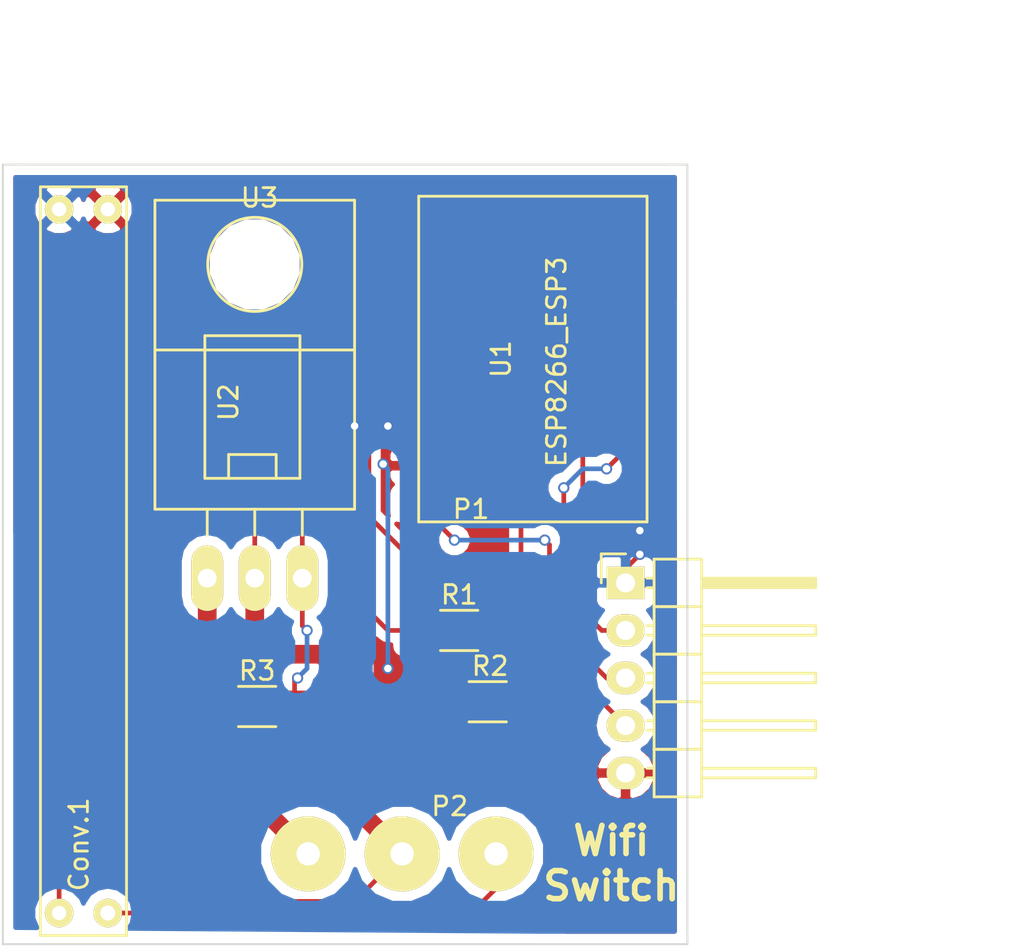
<source format=kicad_pcb>
(kicad_pcb (version 4) (host pcbnew "(after 2015-mar-04 BZR unknown)-product")

  (general
    (links 22)
    (no_connects 0)
    (area 96.00957 68.778 162.178 121.021001)
    (thickness 1.6)
    (drawings 12)
    (tracks 102)
    (zones 0)
    (modules 9)
    (nets 18)
  )

  (page A4)
  (layers
    (0 F.Cu signal)
    (31 B.Cu signal hide)
    (32 B.Adhes user)
    (33 F.Adhes user)
    (34 B.Paste user)
    (35 F.Paste user)
    (36 B.SilkS user)
    (37 F.SilkS user)
    (38 B.Mask user)
    (39 F.Mask user)
    (40 Dwgs.User user)
    (41 Cmts.User user)
    (42 Eco1.User user)
    (43 Eco2.User user)
    (44 Edge.Cuts user)
    (45 Margin user)
    (46 B.CrtYd user)
    (47 F.CrtYd user)
    (48 B.Fab user)
    (49 F.Fab user)
  )

  (setup
    (last_trace_width 0.25)
    (user_trace_width 0.25)
    (user_trace_width 1)
    (trace_clearance 0.2)
    (zone_clearance 0.508)
    (zone_45_only no)
    (trace_min 0.2)
    (segment_width 0.2)
    (edge_width 0.1)
    (via_size 0.6)
    (via_drill 0.4)
    (via_min_size 0.4)
    (via_min_drill 0.3)
    (uvia_size 0.3)
    (uvia_drill 0.1)
    (uvias_allowed no)
    (uvia_min_size 0.2)
    (uvia_min_drill 0.1)
    (pcb_text_width 0.3)
    (pcb_text_size 1.5 1.5)
    (mod_edge_width 0.15)
    (mod_text_size 1 1)
    (mod_text_width 0.15)
    (pad_size 2 1)
    (pad_drill 0)
    (pad_to_mask_clearance 0)
    (aux_axis_origin 0 0)
    (visible_elements 7FFFFFFF)
    (pcbplotparams
      (layerselection 0x010f0_80000001)
      (usegerberextensions true)
      (excludeedgelayer true)
      (linewidth 0.100000)
      (plotframeref false)
      (viasonmask false)
      (mode 1)
      (useauxorigin false)
      (hpglpennumber 1)
      (hpglpenspeed 20)
      (hpglpendiameter 15)
      (hpglpenoverlay 2)
      (psnegative false)
      (psa4output false)
      (plotreference true)
      (plotvalue true)
      (plotinvisibletext false)
      (padsonsilk false)
      (subtractmaskfromsilk false)
      (outputformat 1)
      (mirror false)
      (drillshape 0)
      (scaleselection 1)
      (outputdirectory Gerber/))
  )

  (net 0 "")
  (net 1 GND)
  (net 2 "Net-(P1-Pad2)")
  (net 3 "Net-(P1-Pad3)")
  (net 4 "Net-(P1-Pad4)")
  (net 5 "Net-(C1-Pad4)")
  (net 6 "Net-(C1-Pad3)")
  (net 7 "Net-(R1-Pad1)")
  (net 8 "Net-(R1-Pad2)")
  (net 9 "Net-(R2-Pad1)")
  (net 10 "Net-(R3-Pad1)")
  (net 11 "Net-(U1-Pad10)")
  (net 12 "Net-(U1-Pad9)")
  (net 13 "Net-(U1-Pad2)")
  (net 14 "Net-(U1-Pad5)")
  (net 15 "Net-(U1-Pad7)")
  (net 16 "Net-(P2-Pad1)")
  (net 17 +3V3)

  (net_class Default "This is the default net class."
    (clearance 0.2)
    (trace_width 0.25)
    (via_dia 0.6)
    (via_drill 0.4)
    (uvia_dia 0.3)
    (uvia_drill 0.1)
    (add_net +3V3)
    (add_net GND)
    (add_net "Net-(C1-Pad3)")
    (add_net "Net-(C1-Pad4)")
    (add_net "Net-(P1-Pad2)")
    (add_net "Net-(P1-Pad3)")
    (add_net "Net-(P1-Pad4)")
    (add_net "Net-(P2-Pad1)")
    (add_net "Net-(R1-Pad1)")
    (add_net "Net-(R1-Pad2)")
    (add_net "Net-(R2-Pad1)")
    (add_net "Net-(R3-Pad1)")
    (add_net "Net-(U1-Pad10)")
    (add_net "Net-(U1-Pad2)")
    (add_net "Net-(U1-Pad5)")
    (add_net "Net-(U1-Pad7)")
    (add_net "Net-(U1-Pad9)")
  )

  (net_class Power ""
    (clearance 2.54)
    (trace_width 0.75)
    (via_dia 0.6)
    (via_drill 0.4)
    (uvia_dia 0.3)
    (uvia_drill 0.1)
  )

  (module WifiSwitch:DIP-6_SMD (layer F.Cu) (tedit 55A65CF6) (tstamp 5537ECDF)
    (at 116.967 88.9 90)
    (descr "DIP-8_300 smd shape")
    (tags "smd cms 8dip")
    (path /5537C87E)
    (attr smd)
    (fp_text reference U2 (at -1.016 -1.27 90) (layer F.SilkS)
      (effects (font (size 1 1) (thickness 0.15)))
    )
    (fp_text value MOC3031S (at -0.762 0.762 90) (layer F.Fab)
      (effects (font (size 1 1) (thickness 0.15)))
    )
    (fp_line (start -5.08 -2.54) (end 2.54 -2.54) (layer F.SilkS) (width 0.15))
    (fp_line (start 2.54 -2.54) (end 2.54 2.54) (layer F.SilkS) (width 0.15))
    (fp_line (start 2.54 2.54) (end -5.08 2.54) (layer F.SilkS) (width 0.15))
    (fp_line (start -5.08 -2.54) (end -5.08 2.54) (layer F.SilkS) (width 0.15))
    (fp_line (start -5.08 -1.27) (end -3.81 -1.27) (layer F.SilkS) (width 0.15))
    (fp_line (start -3.81 -1.27) (end -3.81 1.27) (layer F.SilkS) (width 0.15))
    (fp_line (start -3.81 1.27) (end -5.08 1.27) (layer F.SilkS) (width 0.15))
    (pad 1 smd rect (at -3.81 3.81 90) (size 1.524 2.032) (layers F.Cu F.Paste F.Mask)
      (net 7 "Net-(R1-Pad1)"))
    (pad 2 smd rect (at -1.27 3.81 90) (size 1.524 2.032) (layers F.Cu F.Paste F.Mask)
      (net 1 GND))
    (pad 3 smd rect (at 1.27 3.81 90) (size 1.524 2.032) (layers F.Cu F.Paste F.Mask))
    (pad 4 smd rect (at 1.27 -3.81 90) (size 1.524 2.032) (layers F.Cu F.Paste F.Mask)
      (net 10 "Net-(R3-Pad1)"))
    (pad 5 smd rect (at -1.27 -3.81 90) (size 1.524 2.032) (layers F.Cu F.Paste F.Mask))
    (pad 6 smd rect (at -3.81 -3.81 90) (size 1.524 2.032) (layers F.Cu F.Paste F.Mask)
      (net 5 "Net-(C1-Pad4)"))
    (model SMD_Packages.3dshapes/DIP-8_SMD.wrl
      (at (xyz 0 0 0))
      (scale (xyz 1 0.5 0.8))
      (rotate (xyz 0 0 0))
    )
  )

  (module Pin_Headers:Pin_Header_Angled_1x05 (layer F.Cu) (tedit 5538D1C2) (tstamp 5537ECAA)
    (at 136.906 99.568)
    (descr "Through hole pin header")
    (tags "pin header")
    (path /5537CFE5)
    (fp_text reference P1 (at -8.255 -3.937) (layer F.SilkS)
      (effects (font (size 1 1) (thickness 0.15)))
    )
    (fp_text value CONN_01X05 (at -2.413 5.461 90) (layer F.Fab)
      (effects (font (size 1 1) (thickness 0.15)))
    )
    (fp_line (start -1.5 -1.75) (end -1.5 11.95) (layer F.CrtYd) (width 0.05))
    (fp_line (start 10.65 -1.75) (end 10.65 11.95) (layer F.CrtYd) (width 0.05))
    (fp_line (start -1.5 -1.75) (end 10.65 -1.75) (layer F.CrtYd) (width 0.05))
    (fp_line (start -1.5 11.95) (end 10.65 11.95) (layer F.CrtYd) (width 0.05))
    (fp_line (start -1.3 -1.55) (end -1.3 0) (layer F.SilkS) (width 0.15))
    (fp_line (start 0 -1.55) (end -1.3 -1.55) (layer F.SilkS) (width 0.15))
    (fp_line (start 4.191 -0.127) (end 10.033 -0.127) (layer F.SilkS) (width 0.15))
    (fp_line (start 10.033 -0.127) (end 10.033 0.127) (layer F.SilkS) (width 0.15))
    (fp_line (start 10.033 0.127) (end 4.191 0.127) (layer F.SilkS) (width 0.15))
    (fp_line (start 4.191 0.127) (end 4.191 0) (layer F.SilkS) (width 0.15))
    (fp_line (start 4.191 0) (end 10.033 0) (layer F.SilkS) (width 0.15))
    (fp_line (start 1.524 -0.254) (end 1.143 -0.254) (layer F.SilkS) (width 0.15))
    (fp_line (start 1.524 0.254) (end 1.143 0.254) (layer F.SilkS) (width 0.15))
    (fp_line (start 1.524 2.286) (end 1.143 2.286) (layer F.SilkS) (width 0.15))
    (fp_line (start 1.524 2.794) (end 1.143 2.794) (layer F.SilkS) (width 0.15))
    (fp_line (start 1.524 4.826) (end 1.143 4.826) (layer F.SilkS) (width 0.15))
    (fp_line (start 1.524 5.334) (end 1.143 5.334) (layer F.SilkS) (width 0.15))
    (fp_line (start 1.524 7.366) (end 1.143 7.366) (layer F.SilkS) (width 0.15))
    (fp_line (start 1.524 7.874) (end 1.143 7.874) (layer F.SilkS) (width 0.15))
    (fp_line (start 1.524 10.414) (end 1.143 10.414) (layer F.SilkS) (width 0.15))
    (fp_line (start 1.524 9.906) (end 1.143 9.906) (layer F.SilkS) (width 0.15))
    (fp_line (start 4.064 1.27) (end 4.064 -1.27) (layer F.SilkS) (width 0.15))
    (fp_line (start 10.16 0.254) (end 4.064 0.254) (layer F.SilkS) (width 0.15))
    (fp_line (start 10.16 -0.254) (end 10.16 0.254) (layer F.SilkS) (width 0.15))
    (fp_line (start 4.064 -0.254) (end 10.16 -0.254) (layer F.SilkS) (width 0.15))
    (fp_line (start 1.524 1.27) (end 4.064 1.27) (layer F.SilkS) (width 0.15))
    (fp_line (start 1.524 -1.27) (end 1.524 1.27) (layer F.SilkS) (width 0.15))
    (fp_line (start 1.524 -1.27) (end 4.064 -1.27) (layer F.SilkS) (width 0.15))
    (fp_line (start 1.524 3.81) (end 4.064 3.81) (layer F.SilkS) (width 0.15))
    (fp_line (start 1.524 3.81) (end 1.524 6.35) (layer F.SilkS) (width 0.15))
    (fp_line (start 1.524 6.35) (end 4.064 6.35) (layer F.SilkS) (width 0.15))
    (fp_line (start 4.064 4.826) (end 10.16 4.826) (layer F.SilkS) (width 0.15))
    (fp_line (start 10.16 4.826) (end 10.16 5.334) (layer F.SilkS) (width 0.15))
    (fp_line (start 10.16 5.334) (end 4.064 5.334) (layer F.SilkS) (width 0.15))
    (fp_line (start 4.064 6.35) (end 4.064 3.81) (layer F.SilkS) (width 0.15))
    (fp_line (start 4.064 3.81) (end 4.064 1.27) (layer F.SilkS) (width 0.15))
    (fp_line (start 10.16 2.794) (end 4.064 2.794) (layer F.SilkS) (width 0.15))
    (fp_line (start 10.16 2.286) (end 10.16 2.794) (layer F.SilkS) (width 0.15))
    (fp_line (start 4.064 2.286) (end 10.16 2.286) (layer F.SilkS) (width 0.15))
    (fp_line (start 1.524 3.81) (end 4.064 3.81) (layer F.SilkS) (width 0.15))
    (fp_line (start 1.524 1.27) (end 1.524 3.81) (layer F.SilkS) (width 0.15))
    (fp_line (start 1.524 1.27) (end 4.064 1.27) (layer F.SilkS) (width 0.15))
    (fp_line (start 1.524 8.89) (end 4.064 8.89) (layer F.SilkS) (width 0.15))
    (fp_line (start 1.524 8.89) (end 1.524 11.43) (layer F.SilkS) (width 0.15))
    (fp_line (start 1.524 11.43) (end 4.064 11.43) (layer F.SilkS) (width 0.15))
    (fp_line (start 4.064 9.906) (end 10.16 9.906) (layer F.SilkS) (width 0.15))
    (fp_line (start 10.16 9.906) (end 10.16 10.414) (layer F.SilkS) (width 0.15))
    (fp_line (start 10.16 10.414) (end 4.064 10.414) (layer F.SilkS) (width 0.15))
    (fp_line (start 4.064 11.43) (end 4.064 8.89) (layer F.SilkS) (width 0.15))
    (fp_line (start 4.064 8.89) (end 4.064 6.35) (layer F.SilkS) (width 0.15))
    (fp_line (start 10.16 7.874) (end 4.064 7.874) (layer F.SilkS) (width 0.15))
    (fp_line (start 10.16 7.366) (end 10.16 7.874) (layer F.SilkS) (width 0.15))
    (fp_line (start 4.064 7.366) (end 10.16 7.366) (layer F.SilkS) (width 0.15))
    (fp_line (start 1.524 8.89) (end 4.064 8.89) (layer F.SilkS) (width 0.15))
    (fp_line (start 1.524 6.35) (end 1.524 8.89) (layer F.SilkS) (width 0.15))
    (fp_line (start 1.524 6.35) (end 4.064 6.35) (layer F.SilkS) (width 0.15))
    (pad 1 thru_hole rect (at 0 0) (size 2.032 1.7272) (drill 1.016) (layers *.Cu *.Mask F.SilkS)
      (net 1 GND))
    (pad 2 thru_hole oval (at 0 2.54) (size 2.032 1.7272) (drill 1.016) (layers *.Cu *.Mask F.SilkS)
      (net 2 "Net-(P1-Pad2)"))
    (pad 3 thru_hole oval (at 0 5.08) (size 2.032 1.7272) (drill 1.016) (layers *.Cu *.Mask F.SilkS)
      (net 3 "Net-(P1-Pad3)"))
    (pad 4 thru_hole oval (at 0 7.62) (size 2.032 1.7272) (drill 1.016) (layers *.Cu *.Mask F.SilkS)
      (net 4 "Net-(P1-Pad4)"))
    (pad 5 thru_hole oval (at 0 10.16) (size 2.032 1.7272) (drill 1.016) (layers *.Cu *.Mask F.SilkS)
      (net 17 +3V3))
    (model Pin_Headers.3dshapes/Pin_Header_Angled_1x05.wrl
      (at (xyz 0 -0.2 0))
      (scale (xyz 1 1 1))
      (rotate (xyz 0 0 90))
    )
  )

  (module Resistors_SMD:R_1206_HandSoldering (layer F.Cu) (tedit 5538D1E6) (tstamp 5537ECB7)
    (at 128.016 102.108)
    (descr "Resistor SMD 1206, hand soldering")
    (tags "resistor 1206")
    (path /55380183)
    (attr smd)
    (fp_text reference R1 (at 0 -1.905) (layer F.SilkS)
      (effects (font (size 1 1) (thickness 0.15)))
    )
    (fp_text value 220R (at -5.334 0) (layer F.Fab)
      (effects (font (size 1 1) (thickness 0.15)))
    )
    (fp_line (start -3.3 -1.2) (end 3.3 -1.2) (layer F.CrtYd) (width 0.05))
    (fp_line (start -3.3 1.2) (end 3.3 1.2) (layer F.CrtYd) (width 0.05))
    (fp_line (start -3.3 -1.2) (end -3.3 1.2) (layer F.CrtYd) (width 0.05))
    (fp_line (start 3.3 -1.2) (end 3.3 1.2) (layer F.CrtYd) (width 0.05))
    (fp_line (start 1 1.075) (end -1 1.075) (layer F.SilkS) (width 0.15))
    (fp_line (start -1 -1.075) (end 1 -1.075) (layer F.SilkS) (width 0.15))
    (pad 1 smd rect (at -2 0) (size 2 1.7) (layers F.Cu F.Paste F.Mask)
      (net 7 "Net-(R1-Pad1)"))
    (pad 2 smd rect (at 2 0) (size 2 1.7) (layers F.Cu F.Paste F.Mask)
      (net 8 "Net-(R1-Pad2)"))
    (model Resistors_SMD.3dshapes/R_1206_HandSoldering.wrl
      (at (xyz 0 0 0))
      (scale (xyz 1 1 1))
      (rotate (xyz 0 0 0))
    )
  )

  (module Resistors_SMD:R_1206_HandSoldering (layer F.Cu) (tedit 5538D1E1) (tstamp 5537ECBD)
    (at 129.54 105.918)
    (descr "Resistor SMD 1206, hand soldering")
    (tags "resistor 1206")
    (path /5537CF64)
    (attr smd)
    (fp_text reference R2 (at 0.127 -1.905) (layer F.SilkS)
      (effects (font (size 1 1) (thickness 0.15)))
    )
    (fp_text value 4K7 (at -4.826 0) (layer F.Fab)
      (effects (font (size 1 1) (thickness 0.15)))
    )
    (fp_line (start -3.3 -1.2) (end 3.3 -1.2) (layer F.CrtYd) (width 0.05))
    (fp_line (start -3.3 1.2) (end 3.3 1.2) (layer F.CrtYd) (width 0.05))
    (fp_line (start -3.3 -1.2) (end -3.3 1.2) (layer F.CrtYd) (width 0.05))
    (fp_line (start 3.3 -1.2) (end 3.3 1.2) (layer F.CrtYd) (width 0.05))
    (fp_line (start 1 1.075) (end -1 1.075) (layer F.SilkS) (width 0.15))
    (fp_line (start -1 -1.075) (end 1 -1.075) (layer F.SilkS) (width 0.15))
    (pad 1 smd rect (at -2 0) (size 2 1.7) (layers F.Cu F.Paste F.Mask)
      (net 9 "Net-(R2-Pad1)"))
    (pad 2 smd rect (at 2 0) (size 2 1.7) (layers F.Cu F.Paste F.Mask)
      (net 17 +3V3))
    (model Resistors_SMD.3dshapes/R_1206_HandSoldering.wrl
      (at (xyz 0 0 0))
      (scale (xyz 1 1 1))
      (rotate (xyz 0 0 0))
    )
  )

  (module Resistors_SMD:R_1206_HandSoldering (layer F.Cu) (tedit 5538017D) (tstamp 5537ECC3)
    (at 117.221 106.172 180)
    (descr "Resistor SMD 1206, hand soldering")
    (tags "resistor 1206")
    (path /5537CF81)
    (attr smd)
    (fp_text reference R3 (at 0 1.905 180) (layer F.SilkS)
      (effects (font (size 1 1) (thickness 0.15)))
    )
    (fp_text value 330R (at -0.254 -2.159 180) (layer F.Fab)
      (effects (font (size 1 1) (thickness 0.15)))
    )
    (fp_line (start -3.3 -1.2) (end 3.3 -1.2) (layer F.CrtYd) (width 0.05))
    (fp_line (start -3.3 1.2) (end 3.3 1.2) (layer F.CrtYd) (width 0.05))
    (fp_line (start -3.3 -1.2) (end -3.3 1.2) (layer F.CrtYd) (width 0.05))
    (fp_line (start 3.3 -1.2) (end 3.3 1.2) (layer F.CrtYd) (width 0.05))
    (fp_line (start 1 1.075) (end -1 1.075) (layer F.SilkS) (width 0.15))
    (fp_line (start -1 -1.075) (end 1 -1.075) (layer F.SilkS) (width 0.15))
    (pad 1 smd rect (at -2 0 180) (size 2 1.7) (layers F.Cu F.Paste F.Mask)
      (net 10 "Net-(R3-Pad1)"))
    (pad 2 smd rect (at 2 0 180) (size 2 1.7) (layers F.Cu F.Paste F.Mask)
      (net 16 "Net-(P2-Pad1)"))
    (model Resistors_SMD.3dshapes/R_1206_HandSoldering.wrl
      (at (xyz 0 0 0))
      (scale (xyz 1 1 1))
      (rotate (xyz 0 0 0))
    )
  )

  (module WifiSwitch:ESP8266-ESP-03 (layer F.Cu) (tedit 55A6BF29) (tstamp 5537ECD5)
    (at 131.953 89.408)
    (descr "ESP8266 ESP-03 wifi module -- Phillip Pearson")
    (path /553681EC)
    (fp_text reference U1 (at -1.7 -1.8 90) (layer F.SilkS)
      (effects (font (size 1 1) (thickness 0.15)))
    )
    (fp_text value ESP8266_ESP3 (at 1.27 -1.651 90) (layer F.SilkS)
      (effects (font (size 1 1) (thickness 0.15)))
    )
    (fp_line (start -6.1 6.9) (end -6.1 -10.5) (layer F.SilkS) (width 0.15))
    (fp_line (start -6.1 -10.5) (end 6.1 -10.5) (layer F.SilkS) (width 0.15))
    (fp_line (start 6.1 -10.5) (end 6.1 6.9) (layer F.SilkS) (width 0.15))
    (fp_line (start 6.1 6.9) (end -6.1 6.9) (layer F.SilkS) (width 0.15))
    (pad 14 smd rect (at -6.1 5.9) (size 2 1) (layers F.Cu F.Paste F.Mask)
      (net 4 "Net-(P1-Pad4)"))
    (pad 13 smd rect (at -6.1 3.9) (size 2 1) (layers F.Cu F.Paste F.Mask)
      (net 17 +3V3))
    (pad 12 smd rect (at -6.1 1.9) (size 2 1) (layers F.Cu F.Paste F.Mask)
      (net 1 GND))
    (pad 11 smd rect (at -6.1 -0.1) (size 2 1) (layers F.Cu F.Paste F.Mask)
      (net 8 "Net-(R1-Pad2)"))
    (pad 10 smd rect (at -6.1 -2.1) (size 1 1) (layers F.Cu F.Paste F.Mask)
      (net 11 "Net-(U1-Pad10)"))
    (pad 9 smd rect (at -6.1 -4.1) (size 1 1) (layers F.Cu F.Paste F.Mask)
      (net 12 "Net-(U1-Pad9)"))
    (pad 8 smd rect (at -6.1 -6.1) (size 2 1) (layers F.Cu F.Paste F.Mask)
      (net 17 +3V3))
    (pad 1 smd rect (at 6.1 5.9) (size 2 1) (layers F.Cu F.Paste F.Mask)
      (net 1 GND))
    (pad 2 smd rect (at 6.1 3.9) (size 1 1) (layers F.Cu F.Paste F.Mask)
      (net 13 "Net-(U1-Pad2)"))
    (pad 3 smd rect (at 6.1 1.9) (size 2 1) (layers F.Cu F.Paste F.Mask)
      (net 3 "Net-(P1-Pad3)"))
    (pad 4 smd rect (at 6.1 -0.1) (size 2 1) (layers F.Cu F.Paste F.Mask)
      (net 2 "Net-(P1-Pad2)"))
    (pad 5 smd rect (at 6.1 -2.1) (size 2 1) (layers F.Cu F.Paste F.Mask)
      (net 14 "Net-(U1-Pad5)"))
    (pad 6 smd rect (at 6.1 -4.1) (size 2 1) (layers F.Cu F.Paste F.Mask)
      (net 9 "Net-(R2-Pad1)"))
    (pad 7 smd rect (at 6.1 -6.1) (size 1 1) (layers F.Cu F.Paste F.Mask)
      (net 15 "Net-(U1-Pad7)"))
  )

  (module Transistors_TO-220:TO-220_Neutral123_Horizontal_LargePads (layer F.Cu) (tedit 5538D81A) (tstamp 5537ECE7)
    (at 117.094 99.314)
    (descr "TO-220, Neutral, Horizontal, Large Pads,")
    (tags "TO-220, Neutral, Horizontal, Large Pads,")
    (path /5537D078)
    (fp_text reference U3 (at 0.254 -20.32) (layer F.SilkS)
      (effects (font (size 1 1) (thickness 0.15)))
    )
    (fp_text value TRIAC (at 0 2.667) (layer F.Fab)
      (effects (font (size 1 1) (thickness 0.15)))
    )
    (fp_line (start -2.54 -3.683) (end -2.54 -2.286) (layer F.SilkS) (width 0.15))
    (fp_line (start 0 -3.683) (end 0 -2.286) (layer F.SilkS) (width 0.15))
    (fp_line (start 2.54 -3.683) (end 2.54 -2.286) (layer F.SilkS) (width 0.15))
    (fp_circle (center 0 -16.764) (end 1.778 -14.986) (layer F.SilkS) (width 0.15))
    (fp_line (start 5.334 -12.192) (end 5.334 -20.193) (layer F.SilkS) (width 0.15))
    (fp_line (start 5.334 -20.193) (end -5.334 -20.193) (layer F.SilkS) (width 0.15))
    (fp_line (start -5.334 -20.193) (end -5.334 -12.192) (layer F.SilkS) (width 0.15))
    (fp_line (start 5.334 -3.683) (end 5.334 -12.192) (layer F.SilkS) (width 0.15))
    (fp_line (start 5.334 -12.192) (end -5.334 -12.192) (layer F.SilkS) (width 0.15))
    (fp_line (start -5.334 -12.192) (end -5.334 -3.683) (layer F.SilkS) (width 0.15))
    (fp_line (start 0 -3.683) (end -5.334 -3.683) (layer F.SilkS) (width 0.15))
    (fp_line (start 0 -3.683) (end 5.334 -3.683) (layer F.SilkS) (width 0.15))
    (pad 2 thru_hole oval (at 0 0 90) (size 3.50012 1.69926) (drill 1.00076) (layers *.Cu *.Mask F.SilkS)
      (net 5 "Net-(C1-Pad4)"))
    (pad 1 thru_hole oval (at -2.54 0 90) (size 3.50012 1.69926) (drill 1.00076) (layers *.Cu *.Mask F.SilkS)
      (net 16 "Net-(P2-Pad1)"))
    (pad 3 thru_hole oval (at 2.54 0 90) (size 3.50012 1.69926) (drill 1.00076) (layers *.Cu *.Mask F.SilkS)
      (net 10 "Net-(R3-Pad1)"))
    (pad "" np_thru_hole circle (at 0 -16.764 90) (size 3.79984 3.79984) (drill 3.79984) (layers *.Cu *.Mask F.SilkS))
    (model Transistors_TO-220.3dshapes/TO-220_Neutral123_Horizontal_LargePads.wrl
      (at (xyz 0 0 0))
      (scale (xyz 0.3937 0.3937 0.3937))
      (rotate (xyz 0 0 0))
    )
  )

  (module WifiSwitch:AC_DC_Conv (layer F.Cu) (tedit 5538D832) (tstamp 5537F7AA)
    (at 107.442 98.806 270)
    (path /5537CAC0)
    (fp_text reference Conv.1 (at 14.732 -0.254 270) (layer F.SilkS)
      (effects (font (size 1 1) (thickness 0.15)))
    )
    (fp_text value "AC to DC convertor 3V3" (at -1.143 -0.254 270) (layer F.Fab)
      (effects (font (size 1 1) (thickness 0.15)))
    )
    (fp_line (start -20.4 -2.8) (end 19.6 -2.8) (layer F.SilkS) (width 0.15))
    (fp_line (start 19.6 -2.8) (end 19.6 1.8) (layer F.SilkS) (width 0.15))
    (fp_line (start 19.6 1.8) (end -20 1.8) (layer F.SilkS) (width 0.15))
    (fp_line (start -20 1.8) (end -20.4 1.8) (layer F.SilkS) (width 0.15))
    (fp_line (start -20.4 1.8) (end -20.4 -2.8) (layer F.SilkS) (width 0.15))
    (pad 3 thru_hole oval (at 18.4 -1.8 270) (size 1.524 1.524) (drill 0.8) (layers *.Cu *.Mask F.SilkS)
      (net 6 "Net-(C1-Pad3)"))
    (pad 4 thru_hole circle (at 18.4 0.8 270) (size 1.524 1.524) (drill 0.762) (layers *.Cu *.Mask F.SilkS)
      (net 5 "Net-(C1-Pad4)"))
    (pad 1 thru_hole circle (at -19.2 -1.8 270) (size 1.524 1.524) (drill 0.762) (layers *.Cu *.Mask F.SilkS)
      (net 17 +3V3))
    (pad 2 thru_hole circle (at -19.2 0.8 270) (size 1.524 1.524) (drill 0.762) (layers *.Cu *.Mask F.SilkS)
      (net 1 GND))
  )

  (module WifiSwitch:WirePad_3x-5mmDrill (layer F.Cu) (tedit 55A6C80A) (tstamp 5537FD93)
    (at 124.968 114.046)
    (path /5537D049)
    (fp_text reference P2 (at 2.54 -2.54) (layer F.SilkS)
      (effects (font (size 1 1) (thickness 0.15)))
    )
    (fp_text value CONN_01X03 (at -1.524 -3.81) (layer F.Fab)
      (effects (font (size 1 1) (thickness 0.15)))
    )
    (pad 1 thru_hole circle (at -5.02 0) (size 4 4) (drill 1.25) (layers *.Cu *.Mask F.SilkS)
      (net 16 "Net-(P2-Pad1)"))
    (pad 2 thru_hole circle (at 0 0) (size 4 4) (drill 1.25) (layers *.Cu *.Mask F.SilkS)
      (net 5 "Net-(C1-Pad4)"))
    (pad 3 thru_hole circle (at 5.02 0) (size 4 4) (drill 1.25) (layers *.Cu *.Mask F.SilkS)
      (net 6 "Net-(C1-Pad3)"))
  )

  (gr_text "Wifi\nSwitch" (at 136.144 114.554) (layer F.SilkS)
    (effects (font (size 1.5 1.5) (thickness 0.3)))
  )
  (dimension 41.656 (width 0.3) (layer Dwgs.User)
    (gr_text "41,656 mm" (at 155.528 98.044 270) (layer Dwgs.User)
      (effects (font (size 1.5 1.5) (thickness 0.3)))
    )
    (feature1 (pts (xy 140.208 118.872) (xy 156.878 118.872)))
    (feature2 (pts (xy 140.208 77.216) (xy 156.878 77.216)))
    (crossbar (pts (xy 154.178 77.216) (xy 154.178 118.872)))
    (arrow1a (pts (xy 154.178 118.872) (xy 153.591579 117.745496)))
    (arrow1b (pts (xy 154.178 118.872) (xy 154.764421 117.745496)))
    (arrow2a (pts (xy 154.178 77.216) (xy 153.591579 78.342504)))
    (arrow2b (pts (xy 154.178 77.216) (xy 154.764421 78.342504)))
  )
  (dimension 36.576 (width 0.3) (layer Dwgs.User)
    (gr_text "36,576 mm" (at 121.92 70.278) (layer Dwgs.User)
      (effects (font (size 1.5 1.5) (thickness 0.3)))
    )
    (feature1 (pts (xy 140.208 77.216) (xy 140.208 68.928)))
    (feature2 (pts (xy 103.632 77.216) (xy 103.632 68.928)))
    (crossbar (pts (xy 103.632 71.628) (xy 140.208 71.628)))
    (arrow1a (pts (xy 140.208 71.628) (xy 139.081496 72.214421)))
    (arrow1b (pts (xy 140.208 71.628) (xy 139.081496 71.041579)))
    (arrow2a (pts (xy 103.632 71.628) (xy 104.758504 72.214421)))
    (arrow2b (pts (xy 103.632 71.628) (xy 104.758504 71.041579)))
  )
  (gr_line (start 140.208 118.872) (end 140.208 118.364) (angle 90) (layer Edge.Cuts) (width 0.1))
  (gr_line (start 103.632 118.872) (end 140.208 118.872) (angle 90) (layer Edge.Cuts) (width 0.1))
  (gr_line (start 103.632 118.618) (end 103.632 118.872) (angle 90) (layer Edge.Cuts) (width 0.1))
  (gr_line (start 140.208 77.216) (end 140.208 118.618) (angle 90) (layer Edge.Cuts) (width 0.1))
  (gr_line (start 139.192 77.216) (end 140.208 77.216) (angle 90) (layer Edge.Cuts) (width 0.1))
  (gr_line (start 139.192 77.216) (end 139.7 77.216) (angle 90) (layer Edge.Cuts) (width 0.1))
  (gr_line (start 103.632 77.216) (end 104.902 77.216) (angle 90) (layer Edge.Cuts) (width 0.1))
  (gr_line (start 103.632 118.618) (end 103.632 77.216) (angle 90) (layer Edge.Cuts) (width 0.1))
  (gr_line (start 104.394 77.216) (end 139.446 77.216) (angle 90) (layer Edge.Cuts) (width 0.1))

  (segment (start 138.053 95.308) (end 138.053 96.389) (width 0.25) (layer F.Cu) (net 1))
  (via (at 137.668 96.774) (size 0.6) (layers F.Cu B.Cu) (net 1))
  (segment (start 138.053 96.389) (end 137.668 96.774) (width 0.25) (layer F.Cu) (net 1) (tstamp 5538D62D))
  (segment (start 136.906 99.568) (end 136.906 98.806) (width 0.25) (layer F.Cu) (net 1))
  (segment (start 136.906 98.806) (end 137.668 98.044) (width 0.25) (layer F.Cu) (net 1) (tstamp 5538D5C8))
  (via (at 137.668 98.044) (size 0.6) (layers F.Cu B.Cu) (net 1))
  (segment (start 120.777 90.17) (end 121.412 90.17) (width 0.25) (layer F.Cu) (net 1))
  (segment (start 121.412 90.17) (end 122.428 91.186) (width 0.25) (layer F.Cu) (net 1) (tstamp 5538D374))
  (via (at 122.428 91.186) (size 0.6) (layers F.Cu B.Cu) (net 1))
  (segment (start 125.853 91.308) (end 124.328 91.308) (width 0.25) (layer F.Cu) (net 1))
  (via (at 124.206 91.186) (size 0.6) (layers F.Cu B.Cu) (net 1))
  (segment (start 124.328 91.308) (end 124.206 91.186) (width 0.25) (layer F.Cu) (net 1) (tstamp 5538D345))
  (segment (start 135.636 102.108) (end 134.62 101.092) (width 0.25) (layer F.Cu) (net 2) (tstamp 55A6BF98))
  (segment (start 134.62 101.092) (end 134.62 90.424) (width 0.25) (layer F.Cu) (net 2) (tstamp 55A6BF9A))
  (segment (start 134.62 90.424) (end 135.736 89.308) (width 0.25) (layer F.Cu) (net 2) (tstamp 55A6BF9C))
  (segment (start 135.736 89.308) (end 138.053 89.308) (width 0.25) (layer F.Cu) (net 2) (tstamp 55A6BF9E))
  (segment (start 136.906 102.108) (end 135.636 102.108) (width 0.25) (layer F.Cu) (net 2))
  (segment (start 136.906 104.648) (end 135.89 104.648) (width 0.25) (layer F.Cu) (net 3))
  (segment (start 135.89 104.648) (end 133.604 102.362) (width 0.25) (layer F.Cu) (net 3) (tstamp 5538D66B))
  (segment (start 133.604 102.362) (end 133.604 94.488) (width 0.25) (layer F.Cu) (net 3) (tstamp 5538D66F))
  (via (at 133.604 94.488) (size 0.6) (layers F.Cu B.Cu) (net 3))
  (segment (start 133.604 94.488) (end 134.62 93.472) (width 0.25) (layer B.Cu) (net 3) (tstamp 5538D67D))
  (segment (start 134.62 93.472) (end 135.89 93.472) (width 0.25) (layer B.Cu) (net 3) (tstamp 5538D67E))
  (via (at 135.89 93.472) (size 0.6) (layers F.Cu B.Cu) (net 3))
  (segment (start 135.89 93.472) (end 138.053 91.309) (width 0.25) (layer F.Cu) (net 3) (tstamp 5538D683))
  (segment (start 138.053 91.309) (end 138.053 91.308) (width 0.25) (layer F.Cu) (net 3) (tstamp 5538D684))
  (segment (start 125.853 95.308) (end 125.853 95.373) (width 0.25) (layer F.Cu) (net 4))
  (segment (start 125.853 95.373) (end 127.762 97.282) (width 0.25) (layer F.Cu) (net 4) (tstamp 5538C0FF))
  (via (at 127.762 97.282) (size 0.6) (layers F.Cu B.Cu) (net 4))
  (segment (start 127.762 97.282) (end 132.588 97.282) (width 0.25) (layer B.Cu) (net 4) (tstamp 5538C105))
  (via (at 132.588 97.282) (size 0.6) (layers F.Cu B.Cu) (net 4))
  (segment (start 132.588 97.282) (end 132.842 97.536) (width 0.25) (layer F.Cu) (net 4) (tstamp 5538C10A))
  (segment (start 132.842 97.536) (end 132.842 103.124) (width 0.25) (layer F.Cu) (net 4) (tstamp 5538C10B))
  (segment (start 132.842 103.124) (end 136.906 107.188) (width 0.25) (layer F.Cu) (net 4) (tstamp 5538C110))
  (segment (start 122.174 107.95) (end 122.174 111.252) (width 1) (layer F.Cu) (net 5))
  (segment (start 121.666 107.442) (end 121.666 104.394) (width 1) (layer F.Cu) (net 5) (tstamp 5538BE09))
  (segment (start 121.666 104.394) (end 120.65 103.378) (width 1) (layer F.Cu) (net 5) (tstamp 5538BE0D))
  (segment (start 120.65 103.378) (end 118.11 103.378) (width 1) (layer F.Cu) (net 5) (tstamp 5538BE10))
  (segment (start 118.11 103.378) (end 117.094 102.362) (width 1) (layer F.Cu) (net 5) (tstamp 5538BE13))
  (segment (start 117.094 99.314) (end 117.094 102.362) (width 1) (layer F.Cu) (net 5) (tstamp 5538BE17))
  (segment (start 122.174 107.95) (end 121.666 107.442) (width 1) (layer F.Cu) (net 5) (tstamp 5538BE01))
  (segment (start 122.174 111.252) (end 124.968 114.046) (width 1) (layer F.Cu) (net 5) (tstamp 55A6C81A))
  (segment (start 106.642 117.206) (end 106.642 115.862) (width 0.25) (layer F.Cu) (net 5))
  (segment (start 106.642 115.862) (end 106.934 115.57) (width 0.25) (layer F.Cu) (net 5) (tstamp 55A6C7BF))
  (segment (start 106.934 115.57) (end 109.982 115.57) (width 0.25) (layer F.Cu) (net 5) (tstamp 55A6C7C2))
  (segment (start 109.982 115.57) (end 110.998 116.586) (width 0.25) (layer F.Cu) (net 5) (tstamp 55A6C7C6))
  (segment (start 110.998 116.586) (end 122.428 116.586) (width 0.25) (layer F.Cu) (net 5) (tstamp 55A6C7C8))
  (segment (start 122.428 116.586) (end 124.968 114.046) (width 0.25) (layer F.Cu) (net 5) (tstamp 55A6C7D2))
  (segment (start 106.642 117.206) (end 107.076 117.206) (width 0.25) (layer F.Cu) (net 5))
  (segment (start 117.094 99.314) (end 117.094 96.647) (width 0.25) (layer F.Cu) (net 5))
  (segment (start 117.094 96.647) (end 113.157 92.71) (width 0.25) (layer F.Cu) (net 5) (tstamp 55A65E59))
  (segment (start 109.242 117.206) (end 128.666 117.206) (width 0.25) (layer F.Cu) (net 6))
  (segment (start 128.666 117.206) (end 129.988 115.884) (width 0.25) (layer F.Cu) (net 6) (tstamp 55A6C7AC))
  (segment (start 129.988 115.884) (end 129.988 114.046) (width 0.25) (layer F.Cu) (net 6) (tstamp 55A6C7BA))
  (segment (start 126.016 102.108) (end 124.206 102.108) (width 0.25) (layer F.Cu) (net 7))
  (segment (start 120.777 95.631) (end 120.777 92.71) (width 0.25) (layer F.Cu) (net 7) (tstamp 5538D06A))
  (segment (start 122.428 97.282) (end 120.777 95.631) (width 0.25) (layer F.Cu) (net 7) (tstamp 5538D066))
  (segment (start 122.428 100.33) (end 122.428 97.282) (width 0.25) (layer F.Cu) (net 7) (tstamp 5538D064))
  (segment (start 124.206 102.108) (end 122.428 100.33) (width 0.25) (layer F.Cu) (net 7) (tstamp 5538D063))
  (segment (start 130.016 102.108) (end 130.016 99.79) (width 0.25) (layer F.Cu) (net 8))
  (segment (start 123.344 89.308) (end 125.853 89.308) (width 0.25) (layer F.Cu) (net 8) (tstamp 5538D05D))
  (segment (start 123.19 89.154) (end 123.344 89.308) (width 0.25) (layer F.Cu) (net 8) (tstamp 5538D058))
  (segment (start 123.19 96.012) (end 123.19 89.154) (width 0.25) (layer F.Cu) (net 8) (tstamp 5538D057))
  (segment (start 126.238 99.06) (end 123.19 96.012) (width 0.25) (layer F.Cu) (net 8) (tstamp 5538D055))
  (segment (start 129.286 99.06) (end 126.238 99.06) (width 0.25) (layer F.Cu) (net 8) (tstamp 5538D054))
  (segment (start 130.016 99.79) (end 129.286 99.06) (width 0.25) (layer F.Cu) (net 8) (tstamp 5538D053))
  (segment (start 125.953 89.408) (end 125.853 89.308) (width 0.25) (layer F.Cu) (net 8) (tstamp 5538BEF1))
  (segment (start 127.54 105.918) (end 128.016 105.918) (width 0.25) (layer F.Cu) (net 9))
  (segment (start 127.54 104.362) (end 128.016 103.886) (width 0.25) (layer F.Cu) (net 9) (tstamp 55A6BFF1))
  (segment (start 128.016 103.886) (end 131.826 103.886) (width 0.25) (layer F.Cu) (net 9) (tstamp 55A6BFF3))
  (segment (start 131.826 103.886) (end 132.08 103.632) (width 0.25) (layer F.Cu) (net 9) (tstamp 55A6BFF9))
  (segment (start 132.08 103.632) (end 132.08 99.822) (width 0.25) (layer F.Cu) (net 9) (tstamp 55A6BFFC))
  (segment (start 132.08 99.822) (end 131.318 99.06) (width 0.25) (layer F.Cu) (net 9) (tstamp 55A6C000))
  (segment (start 131.318 99.06) (end 131.318 90.17) (width 0.25) (layer F.Cu) (net 9) (tstamp 55A6C005))
  (segment (start 131.318 90.17) (end 136.18 85.308) (width 0.25) (layer F.Cu) (net 9) (tstamp 55A6C00C))
  (segment (start 136.18 85.308) (end 138.053 85.308) (width 0.25) (layer F.Cu) (net 9) (tstamp 55A6C012))
  (segment (start 127.54 105.918) (end 127.54 104.362) (width 0.25) (layer F.Cu) (net 9))
  (segment (start 119.634 99.314) (end 119.634 96.266) (width 0.25) (layer F.Cu) (net 10))
  (segment (start 115.57 87.63) (end 113.157 87.63) (width 0.25) (layer F.Cu) (net 10) (tstamp 55A6C220))
  (segment (start 118.11 90.17) (end 115.57 87.63) (width 0.25) (layer F.Cu) (net 10) (tstamp 55A6C218))
  (segment (start 118.11 94.742) (end 118.11 90.17) (width 0.25) (layer F.Cu) (net 10) (tstamp 55A6C215))
  (segment (start 119.634 96.266) (end 118.11 94.742) (width 0.25) (layer F.Cu) (net 10) (tstamp 55A6C212))
  (segment (start 119.221 106.172) (end 119.221 104.807) (width 0.25) (layer F.Cu) (net 10))
  (segment (start 119.634 101.854) (end 119.634 99.314) (width 0.25) (layer F.Cu) (net 10) (tstamp 5538BEAD))
  (segment (start 119.888 102.108) (end 119.634 101.854) (width 0.25) (layer F.Cu) (net 10) (tstamp 5538BEAC))
  (via (at 119.888 102.108) (size 0.6) (layers F.Cu B.Cu) (net 10))
  (segment (start 119.888 104.14) (end 119.888 102.108) (width 0.25) (layer B.Cu) (net 10) (tstamp 5538BEA9))
  (segment (start 119.38 104.648) (end 119.888 104.14) (width 0.25) (layer B.Cu) (net 10) (tstamp 5538BEA8))
  (via (at 119.38 104.648) (size 0.6) (layers F.Cu B.Cu) (net 10))
  (segment (start 119.221 104.807) (end 119.38 104.648) (width 0.25) (layer F.Cu) (net 10) (tstamp 5538BEA0))
  (segment (start 114.554 99.314) (end 114.554 105.505) (width 1) (layer F.Cu) (net 16))
  (segment (start 114.554 105.505) (end 115.221 106.172) (width 1) (layer F.Cu) (net 16) (tstamp 55A6CC36))
  (segment (start 115.221 106.172) (end 115.221 109.319) (width 1) (layer F.Cu) (net 16))
  (segment (start 115.221 109.319) (end 119.948 114.046) (width 1) (layer F.Cu) (net 16) (tstamp 55A6C827))
  (segment (start 125.853 93.308) (end 124.042 93.308) (width 0.25) (layer F.Cu) (net 17))
  (via (at 124.206 104.14) (size 0.6) (layers F.Cu B.Cu) (net 17))
  (segment (start 124.206 93.472) (end 124.206 104.14) (width 0.25) (layer B.Cu) (net 17) (tstamp 55A6CFA2))
  (segment (start 123.952 93.218) (end 124.206 93.472) (width 0.25) (layer B.Cu) (net 17) (tstamp 55A6CFA1))
  (via (at 123.952 93.218) (size 0.6) (layers F.Cu B.Cu) (net 17))
  (segment (start 124.042 93.308) (end 123.952 93.218) (width 0.25) (layer F.Cu) (net 17) (tstamp 55A6CF9B))
  (segment (start 125.386 93.308) (end 125.853 93.308) (width 0.25) (layer F.Cu) (net 17) (tstamp 5538BF03))
  (segment (start 125.853 93.308) (end 126.656 93.308) (width 0.25) (layer F.Cu) (net 17))

  (zone (net 1) (net_name GND) (layer B.Cu) (tstamp 5538D296) (hatch edge 0.508)
    (connect_pads (clearance 0.508))
    (min_thickness 0.254)
    (fill yes (arc_segments 16) (thermal_gap 0.508) (thermal_bridge_width 0.508))
    (polygon
      (pts
        (xy 139.954 118.364) (xy 139.192 118.364) (xy 104.14 118.11) (xy 104.14 77.724) (xy 139.192 77.724)
        (xy 139.954 77.724) (xy 139.954 118.364)
      )
    )
    (filled_polygon
      (pts
        (xy 139.523 118.187) (xy 138.589345 118.187) (xy 138.589345 109.728) (xy 138.475271 109.154511) (xy 138.150415 108.66833)
        (xy 137.835634 108.458) (xy 138.150415 108.24767) (xy 138.475271 107.761489) (xy 138.589345 107.188) (xy 138.475271 106.614511)
        (xy 138.150415 106.12833) (xy 137.835634 105.918) (xy 138.150415 105.70767) (xy 138.475271 105.221489) (xy 138.589345 104.648)
        (xy 138.475271 104.074511) (xy 138.150415 103.58833) (xy 137.835634 103.378) (xy 138.150415 103.16767) (xy 138.475271 102.681489)
        (xy 138.589345 102.108) (xy 138.475271 101.534511) (xy 138.150415 101.04833) (xy 138.128219 101.033499) (xy 138.281698 100.969927)
        (xy 138.460327 100.791299) (xy 138.557 100.55791) (xy 138.557 100.305291) (xy 138.557 99.85375) (xy 138.557 99.28225)
        (xy 138.557 98.830709) (xy 138.557 98.57809) (xy 138.460327 98.344701) (xy 138.281698 98.166073) (xy 138.048309 98.0694)
        (xy 137.19175 98.0694) (xy 137.033 98.22815) (xy 137.033 99.441) (xy 138.39825 99.441) (xy 138.557 99.28225)
        (xy 138.557 99.85375) (xy 138.39825 99.695) (xy 137.033 99.695) (xy 137.033 99.715) (xy 136.825162 99.715)
        (xy 136.825162 93.286833) (xy 136.683117 92.943057) (xy 136.420327 92.679808) (xy 136.076799 92.537162) (xy 135.704833 92.536838)
        (xy 135.361057 92.678883) (xy 135.327882 92.712) (xy 134.62 92.712) (xy 134.329161 92.769852) (xy 134.082599 92.934599)
        (xy 133.46432 93.552877) (xy 133.418833 93.552838) (xy 133.075057 93.694883) (xy 132.811808 93.957673) (xy 132.669162 94.301201)
        (xy 132.668838 94.673167) (xy 132.810883 95.016943) (xy 133.073673 95.280192) (xy 133.417201 95.422838) (xy 133.789167 95.423162)
        (xy 134.132943 95.281117) (xy 134.396192 95.018327) (xy 134.538838 94.674799) (xy 134.538878 94.627923) (xy 134.934802 94.232)
        (xy 135.327537 94.232) (xy 135.359673 94.264192) (xy 135.703201 94.406838) (xy 136.075167 94.407162) (xy 136.418943 94.265117)
        (xy 136.682192 94.002327) (xy 136.824838 93.658799) (xy 136.825162 93.286833) (xy 136.825162 99.715) (xy 136.779 99.715)
        (xy 136.779 99.695) (xy 136.779 99.441) (xy 136.779 98.22815) (xy 136.62025 98.0694) (xy 135.763691 98.0694)
        (xy 135.530302 98.166073) (xy 135.351673 98.344701) (xy 135.255 98.57809) (xy 135.255 98.830709) (xy 135.255 99.28225)
        (xy 135.41375 99.441) (xy 136.779 99.441) (xy 136.779 99.695) (xy 135.41375 99.695) (xy 135.255 99.85375)
        (xy 135.255 100.305291) (xy 135.255 100.55791) (xy 135.351673 100.791299) (xy 135.530302 100.969927) (xy 135.68378 101.033499)
        (xy 135.661585 101.04833) (xy 135.336729 101.534511) (xy 135.222655 102.108) (xy 135.336729 102.681489) (xy 135.661585 103.16767)
        (xy 135.976365 103.378) (xy 135.661585 103.58833) (xy 135.336729 104.074511) (xy 135.222655 104.648) (xy 135.336729 105.221489)
        (xy 135.661585 105.70767) (xy 135.976365 105.918) (xy 135.661585 106.12833) (xy 135.336729 106.614511) (xy 135.222655 107.188)
        (xy 135.336729 107.761489) (xy 135.661585 108.24767) (xy 135.976365 108.458) (xy 135.661585 108.66833) (xy 135.336729 109.154511)
        (xy 135.222655 109.728) (xy 135.336729 110.301489) (xy 135.661585 110.78767) (xy 136.147766 111.112526) (xy 136.721255 111.2266)
        (xy 137.090745 111.2266) (xy 137.664234 111.112526) (xy 138.150415 110.78767) (xy 138.475271 110.301489) (xy 138.589345 109.728)
        (xy 138.589345 118.187) (xy 133.523162 118.187) (xy 133.523162 97.096833) (xy 133.381117 96.753057) (xy 133.118327 96.489808)
        (xy 132.774799 96.347162) (xy 132.402833 96.346838) (xy 132.059057 96.488883) (xy 132.025882 96.522) (xy 128.324462 96.522)
        (xy 128.292327 96.489808) (xy 127.948799 96.347162) (xy 127.576833 96.346838) (xy 127.233057 96.488883) (xy 126.969808 96.751673)
        (xy 126.827162 97.095201) (xy 126.826838 97.467167) (xy 126.968883 97.810943) (xy 127.231673 98.074192) (xy 127.575201 98.216838)
        (xy 127.947167 98.217162) (xy 128.290943 98.075117) (xy 128.324117 98.042) (xy 132.025537 98.042) (xy 132.057673 98.074192)
        (xy 132.401201 98.216838) (xy 132.773167 98.217162) (xy 133.116943 98.075117) (xy 133.380192 97.812327) (xy 133.522838 97.468799)
        (xy 133.523162 97.096833) (xy 133.523162 118.187) (xy 132.623457 118.187) (xy 132.623457 113.524166) (xy 132.223147 112.555342)
        (xy 131.482557 111.813458) (xy 130.514433 111.411458) (xy 129.466166 111.410543) (xy 128.497342 111.810853) (xy 127.755458 112.551443)
        (xy 127.477813 113.220085) (xy 127.203147 112.555342) (xy 126.462557 111.813458) (xy 125.494433 111.411458) (xy 125.141162 111.411149)
        (xy 125.141162 103.954833) (xy 124.999117 103.611057) (xy 124.966 103.577882) (xy 124.966 93.472) (xy 124.908148 93.181161)
        (xy 124.908148 93.18116) (xy 124.88706 93.1496) (xy 124.887162 93.032833) (xy 124.745117 92.689057) (xy 124.482327 92.425808)
        (xy 124.138799 92.283162) (xy 123.766833 92.282838) (xy 123.423057 92.424883) (xy 123.159808 92.687673) (xy 123.017162 93.031201)
        (xy 123.016838 93.403167) (xy 123.158883 93.746943) (xy 123.421673 94.010192) (xy 123.446 94.020293) (xy 123.446 103.577537)
        (xy 123.413808 103.609673) (xy 123.271162 103.953201) (xy 123.270838 104.325167) (xy 123.412883 104.668943) (xy 123.675673 104.932192)
        (xy 124.019201 105.074838) (xy 124.391167 105.075162) (xy 124.734943 104.933117) (xy 124.998192 104.670327) (xy 125.140838 104.326799)
        (xy 125.141162 103.954833) (xy 125.141162 111.411149) (xy 124.446166 111.410543) (xy 123.477342 111.810853) (xy 122.735458 112.551443)
        (xy 122.457813 113.220085) (xy 122.183147 112.555342) (xy 121.442557 111.813458) (xy 121.11863 111.678951) (xy 121.11863 100.261156)
        (xy 121.11863 98.366844) (xy 121.005619 97.798701) (xy 120.683792 97.317052) (xy 120.202143 96.995225) (xy 119.634 96.882214)
        (xy 119.629359 96.883137) (xy 119.629359 82.047985) (xy 119.244254 81.115959) (xy 118.531792 80.402252) (xy 117.600439 80.015521)
        (xy 116.591985 80.014641) (xy 115.659959 80.399746) (xy 114.946252 81.112208) (xy 114.559521 82.043561) (xy 114.558641 83.052015)
        (xy 114.943746 83.984041) (xy 115.656208 84.697748) (xy 116.587561 85.084479) (xy 117.596015 85.085359) (xy 118.528041 84.700254)
        (xy 119.241748 83.987792) (xy 119.628479 83.056439) (xy 119.629359 82.047985) (xy 119.629359 96.883137) (xy 119.065857 96.995225)
        (xy 118.584208 97.317052) (xy 118.364 97.646617) (xy 118.143792 97.317052) (xy 117.662143 96.995225) (xy 117.094 96.882214)
        (xy 116.525857 96.995225) (xy 116.044208 97.317052) (xy 115.824 97.646617) (xy 115.603792 97.317052) (xy 115.122143 96.995225)
        (xy 114.554 96.882214) (xy 113.985857 96.995225) (xy 113.504208 97.317052) (xy 113.182381 97.798701) (xy 113.06937 98.366844)
        (xy 113.06937 100.261156) (xy 113.182381 100.829299) (xy 113.504208 101.310948) (xy 113.985857 101.632775) (xy 114.554 101.745786)
        (xy 115.122143 101.632775) (xy 115.603792 101.310948) (xy 115.824 100.981382) (xy 116.044208 101.310948) (xy 116.525857 101.632775)
        (xy 117.094 101.745786) (xy 117.662143 101.632775) (xy 118.143792 101.310948) (xy 118.364 100.981382) (xy 118.584208 101.310948)
        (xy 119.065857 101.632775) (xy 119.072388 101.634074) (xy 118.953162 101.921201) (xy 118.952838 102.293167) (xy 119.094883 102.636943)
        (xy 119.128 102.670117) (xy 119.128 103.740452) (xy 118.851057 103.854883) (xy 118.587808 104.117673) (xy 118.445162 104.461201)
        (xy 118.444838 104.833167) (xy 118.586883 105.176943) (xy 118.849673 105.440192) (xy 119.193201 105.582838) (xy 119.565167 105.583162)
        (xy 119.908943 105.441117) (xy 120.172192 105.178327) (xy 120.314838 104.834799) (xy 120.314878 104.787923) (xy 120.425401 104.677401)
        (xy 120.590147 104.43084) (xy 120.590148 104.430839) (xy 120.647999 104.14) (xy 120.648 104.14) (xy 120.648 102.670462)
        (xy 120.680192 102.638327) (xy 120.822838 102.294799) (xy 120.823162 101.922833) (xy 120.681117 101.579057) (xy 120.521635 101.419297)
        (xy 120.683792 101.310948) (xy 121.005619 100.829299) (xy 121.11863 100.261156) (xy 121.11863 111.678951) (xy 120.474433 111.411458)
        (xy 119.426166 111.410543) (xy 118.457342 111.810853) (xy 117.715458 112.551443) (xy 117.313458 113.519567) (xy 117.312543 114.567834)
        (xy 117.712853 115.536658) (xy 118.453443 116.278542) (xy 119.421567 116.680542) (xy 120.469834 116.681457) (xy 121.438658 116.281147)
        (xy 122.180542 115.540557) (xy 122.458186 114.871914) (xy 122.732853 115.536658) (xy 123.473443 116.278542) (xy 124.441567 116.680542)
        (xy 125.489834 116.681457) (xy 126.458658 116.281147) (xy 127.200542 115.540557) (xy 127.478186 114.871914) (xy 127.752853 115.536658)
        (xy 128.493443 116.278542) (xy 129.461567 116.680542) (xy 130.509834 116.681457) (xy 131.478658 116.281147) (xy 132.220542 115.540557)
        (xy 132.622542 114.572433) (xy 132.623457 113.524166) (xy 132.623457 118.187) (xy 132.292458 118.187) (xy 110.639242 118.030092)
        (xy 110.639242 79.329339) (xy 110.42701 78.815697) (xy 110.03437 78.422371) (xy 109.5211 78.209243) (xy 108.965339 78.208758)
        (xy 108.451697 78.42099) (xy 108.058371 78.81363) (xy 107.948568 79.078064) (xy 107.864397 78.874857) (xy 107.622213 78.805392)
        (xy 107.442608 78.984997) (xy 107.442608 78.625787) (xy 107.373143 78.383603) (xy 106.849698 78.196856) (xy 106.294632 78.224638)
        (xy 105.910857 78.383603) (xy 105.841392 78.625787) (xy 106.642 79.426395) (xy 107.442608 78.625787) (xy 107.442608 78.984997)
        (xy 106.821605 79.606) (xy 107.622213 80.406608) (xy 107.864397 80.337143) (xy 107.94231 80.118755) (xy 108.05699 80.396303)
        (xy 108.44963 80.789629) (xy 108.9629 81.002757) (xy 109.518661 81.003242) (xy 110.032303 80.79101) (xy 110.425629 80.39837)
        (xy 110.638757 79.8851) (xy 110.639242 79.329339) (xy 110.639242 118.030092) (xy 110.358877 118.028061) (xy 110.53266 117.767978)
        (xy 110.639 117.233369) (xy 110.639 117.178631) (xy 110.53266 116.644022) (xy 110.229828 116.190803) (xy 109.776609 115.887971)
        (xy 109.242 115.781631) (xy 108.707391 115.887971) (xy 108.254172 116.190803) (xy 107.95134 116.644022) (xy 107.941594 116.693014)
        (xy 107.82701 116.415697) (xy 107.442608 116.030623) (xy 107.442608 80.586213) (xy 106.642 79.785605) (xy 106.462395 79.96521)
        (xy 106.462395 79.606) (xy 105.661787 78.805392) (xy 105.419603 78.874857) (xy 105.232856 79.398302) (xy 105.260638 79.953368)
        (xy 105.419603 80.337143) (xy 105.661787 80.406608) (xy 106.462395 79.606) (xy 106.462395 79.96521) (xy 105.841392 80.586213)
        (xy 105.910857 80.828397) (xy 106.434302 81.015144) (xy 106.989368 80.987362) (xy 107.373143 80.828397) (xy 107.442608 80.586213)
        (xy 107.442608 116.030623) (xy 107.43437 116.022371) (xy 106.9211 115.809243) (xy 106.365339 115.808758) (xy 105.851697 116.02099)
        (xy 105.458371 116.41363) (xy 105.245243 116.9269) (xy 105.244758 117.482661) (xy 105.45543 117.992528) (xy 104.317 117.984279)
        (xy 104.317 77.901) (xy 104.394 77.901) (xy 104.902 77.901) (xy 139.192 77.901) (xy 139.446 77.901)
        (xy 139.523 77.901) (xy 139.523 118.187)
      )
    )
  )
  (zone (net 17) (net_name +3V3) (layer F.Cu) (tstamp 5538D4B3) (hatch edge 0.508)
    (connect_pads (clearance 0.508))
    (min_thickness 0.254)
    (fill yes (arc_segments 16) (thermal_gap 0.508) (thermal_bridge_width 0.508))
    (polygon
      (pts
        (xy 139.954 118.364) (xy 139.446 118.364) (xy 139.192 118.364) (xy 133.604 118.364) (xy 133.604 110.49)
        (xy 131.064 108.712) (xy 123.444 108.712) (xy 123.444 97.028) (xy 104.14 97.028) (xy 104.14 77.724)
        (xy 139.192 77.724) (xy 139.446 77.724) (xy 139.954 77.724) (xy 139.954 118.364)
      )
    )
    (filled_polygon
      (pts
        (xy 139.523 84.367271) (xy 139.513673 84.353073) (xy 139.30264 84.210623) (xy 139.077577 84.165488) (xy 139.150377 84.05764)
        (xy 139.20044 83.808) (xy 139.20044 82.808) (xy 139.153463 82.565877) (xy 139.013673 82.353073) (xy 138.80264 82.210623)
        (xy 138.553 82.16056) (xy 137.553 82.16056) (xy 137.310877 82.207537) (xy 137.098073 82.347327) (xy 136.955623 82.55836)
        (xy 136.90556 82.808) (xy 136.90556 83.808) (xy 136.952537 84.050123) (xy 137.028238 84.165364) (xy 136.810877 84.207537)
        (xy 136.598073 84.347327) (xy 136.462616 84.548) (xy 136.18 84.548) (xy 135.88916 84.605852) (xy 135.642599 84.770599)
        (xy 130.780599 89.632599) (xy 130.615852 89.879161) (xy 130.558 90.17) (xy 130.558 99.06) (xy 130.614499 99.344039)
        (xy 130.553401 99.252599) (xy 129.823401 98.522599) (xy 129.576839 98.357852) (xy 129.286 98.3) (xy 126.552802 98.3)
        (xy 124.67193 96.419128) (xy 124.853 96.45544) (xy 125.860638 96.45544) (xy 126.826877 97.421679) (xy 126.826838 97.467167)
        (xy 126.968883 97.810943) (xy 127.231673 98.074192) (xy 127.575201 98.216838) (xy 127.947167 98.217162) (xy 128.290943 98.075117)
        (xy 128.554192 97.812327) (xy 128.696838 97.468799) (xy 128.697162 97.096833) (xy 128.555117 96.753057) (xy 128.292327 96.489808)
        (xy 127.948799 96.347162) (xy 127.901923 96.347121) (xy 127.477448 95.922646) (xy 127.50044 95.808) (xy 127.50044 94.808)
        (xy 127.453463 94.565877) (xy 127.313673 94.353073) (xy 127.249362 94.309662) (xy 127.391327 94.167699) (xy 127.488 93.93431)
        (xy 127.488 93.681691) (xy 127.488 93.59375) (xy 127.32925 93.435) (xy 125.98 93.435) (xy 125.98 93.455)
        (xy 125.726 93.455) (xy 125.726 93.435) (xy 124.37675 93.435) (xy 124.218 93.59375) (xy 124.218 93.681691)
        (xy 124.218 93.93431) (xy 124.314673 94.167699) (xy 124.45615 94.309175) (xy 124.398073 94.347327) (xy 124.255623 94.55836)
        (xy 124.20556 94.808) (xy 124.20556 95.808) (xy 124.240407 95.987605) (xy 123.95 95.697198) (xy 123.95 92.092103)
        (xy 124.019201 92.120838) (xy 124.299149 92.121081) (xy 124.392327 92.262927) (xy 124.456637 92.306337) (xy 124.314673 92.448301)
        (xy 124.218 92.68169) (xy 124.218 92.934309) (xy 124.218 93.02225) (xy 124.37675 93.181) (xy 125.726 93.181)
        (xy 125.726 93.161) (xy 125.98 93.161) (xy 125.98 93.181) (xy 127.32925 93.181) (xy 127.488 93.02225)
        (xy 127.488 92.934309) (xy 127.488 92.68169) (xy 127.391327 92.448301) (xy 127.249849 92.306824) (xy 127.307927 92.268673)
        (xy 127.450377 92.05764) (xy 127.50044 91.808) (xy 127.50044 90.808) (xy 127.453463 90.565877) (xy 127.313673 90.353073)
        (xy 127.247471 90.308386) (xy 127.307927 90.268673) (xy 127.450377 90.05764) (xy 127.50044 89.808) (xy 127.50044 88.808)
        (xy 127.453463 88.565877) (xy 127.313673 88.353073) (xy 127.10264 88.210623) (xy 126.877577 88.165488) (xy 126.950377 88.05764)
        (xy 127.00044 87.808) (xy 127.00044 86.808) (xy 126.953463 86.565877) (xy 126.813673 86.353073) (xy 126.747471 86.308386)
        (xy 126.807927 86.268673) (xy 126.950377 86.05764) (xy 127.00044 85.808) (xy 127.00044 84.808) (xy 126.953463 84.565877)
        (xy 126.872745 84.443) (xy 126.979309 84.443) (xy 127.212698 84.346327) (xy 127.391327 84.167699) (xy 127.488 83.93431)
        (xy 127.488 83.681691) (xy 127.488 83.59375) (xy 127.488 83.02225) (xy 127.488 82.934309) (xy 127.488 82.68169)
        (xy 127.391327 82.448301) (xy 127.212698 82.269673) (xy 126.979309 82.173) (xy 126.13875 82.173) (xy 125.98 82.33175)
        (xy 125.98 83.181) (xy 127.32925 83.181) (xy 127.488 83.02225) (xy 127.488 83.59375) (xy 127.32925 83.435)
        (xy 125.98 83.435) (xy 125.98 83.455) (xy 125.726 83.455) (xy 125.726 83.435) (xy 125.726 83.181)
        (xy 125.726 82.33175) (xy 125.56725 82.173) (xy 124.726691 82.173) (xy 124.493302 82.269673) (xy 124.314673 82.448301)
        (xy 124.218 82.68169) (xy 124.218 82.934309) (xy 124.218 83.02225) (xy 124.37675 83.181) (xy 125.726 83.181)
        (xy 125.726 83.435) (xy 124.37675 83.435) (xy 124.218 83.59375) (xy 124.218 83.681691) (xy 124.218 83.93431)
        (xy 124.314673 84.167699) (xy 124.493302 84.346327) (xy 124.726691 84.443) (xy 124.833492 84.443) (xy 124.755623 84.55836)
        (xy 124.70556 84.808) (xy 124.70556 85.808) (xy 124.752537 86.050123) (xy 124.892327 86.262927) (xy 124.958528 86.307613)
        (xy 124.898073 86.347327) (xy 124.755623 86.55836) (xy 124.70556 86.808) (xy 124.70556 87.808) (xy 124.752537 88.050123)
        (xy 124.828238 88.165364) (xy 124.610877 88.207537) (xy 124.398073 88.347327) (xy 124.262616 88.548) (xy 123.624735 88.548)
        (xy 123.480839 88.451852) (xy 123.19 88.394) (xy 122.899161 88.451852) (xy 122.652599 88.616599) (xy 122.487852 88.863161)
        (xy 122.43 89.154) (xy 122.43 89.354191) (xy 122.393463 89.165877) (xy 122.253673 88.953073) (xy 122.175458 88.900277)
        (xy 122.247927 88.852673) (xy 122.390377 88.64164) (xy 122.44044 88.392) (xy 122.44044 86.868) (xy 122.393463 86.625877)
        (xy 122.253673 86.413073) (xy 122.04264 86.270623) (xy 121.793 86.22056) (xy 119.761 86.22056) (xy 119.629359 86.246101)
        (xy 119.629359 82.047985) (xy 119.244254 81.115959) (xy 118.531792 80.402252) (xy 117.600439 80.015521) (xy 116.591985 80.014641)
        (xy 115.659959 80.399746) (xy 114.946252 81.112208) (xy 114.559521 82.043561) (xy 114.558641 83.052015) (xy 114.943746 83.984041)
        (xy 115.656208 84.697748) (xy 116.587561 85.084479) (xy 117.596015 85.085359) (xy 118.528041 84.700254) (xy 119.241748 83.987792)
        (xy 119.628479 83.056439) (xy 119.629359 82.047985) (xy 119.629359 86.246101) (xy 119.518877 86.267537) (xy 119.306073 86.407327)
        (xy 119.163623 86.61836) (xy 119.11356 86.868) (xy 119.11356 88.392) (xy 119.160537 88.634123) (xy 119.300327 88.846927)
        (xy 119.378541 88.899722) (xy 119.306073 88.947327) (xy 119.163623 89.15836) (xy 119.11356 89.408) (xy 119.11356 90.932)
        (xy 119.160537 91.174123) (xy 119.300327 91.386927) (xy 119.378541 91.439722) (xy 119.306073 91.487327) (xy 119.163623 91.69836)
        (xy 119.11356 91.948) (xy 119.11356 93.472) (xy 119.160537 93.714123) (xy 119.300327 93.926927) (xy 119.51136 94.069377)
        (xy 119.761 94.11944) (xy 120.017 94.11944) (xy 120.017 95.574198) (xy 118.87 94.427198) (xy 118.87 90.17)
        (xy 118.821746 89.927413) (xy 118.812148 89.879161) (xy 118.812148 89.87916) (xy 118.647401 89.632599) (xy 116.107401 87.092599)
        (xy 115.860839 86.927852) (xy 115.57 86.87) (xy 114.82044 86.87) (xy 114.82044 86.868) (xy 114.773463 86.625877)
        (xy 114.633673 86.413073) (xy 114.42264 86.270623) (xy 114.173 86.22056) (xy 112.141 86.22056) (xy 111.898877 86.267537)
        (xy 111.686073 86.407327) (xy 111.543623 86.61836) (xy 111.49356 86.868) (xy 111.49356 88.392) (xy 111.540537 88.634123)
        (xy 111.680327 88.846927) (xy 111.758541 88.899722) (xy 111.686073 88.947327) (xy 111.543623 89.15836) (xy 111.49356 89.408)
        (xy 111.49356 90.932) (xy 111.540537 91.174123) (xy 111.680327 91.386927) (xy 111.758541 91.439722) (xy 111.686073 91.487327)
        (xy 111.543623 91.69836) (xy 111.49356 91.948) (xy 111.49356 93.472) (xy 111.540537 93.714123) (xy 111.680327 93.926927)
        (xy 111.89136 94.069377) (xy 112.141 94.11944) (xy 113.491638 94.11944) (xy 116.273198 96.901) (xy 114.648443 96.901)
        (xy 114.554 96.882214) (xy 114.459556 96.901) (xy 110.651144 96.901) (xy 110.651144 79.813698) (xy 110.623362 79.258632)
        (xy 110.464397 78.874857) (xy 110.222213 78.805392) (xy 110.042608 78.984997) (xy 110.042608 78.625787) (xy 109.973143 78.383603)
        (xy 109.449698 78.196856) (xy 108.894632 78.224638) (xy 108.510857 78.383603) (xy 108.441392 78.625787) (xy 109.242 79.426395)
        (xy 110.042608 78.625787) (xy 110.042608 78.984997) (xy 109.421605 79.606) (xy 110.222213 80.406608) (xy 110.464397 80.337143)
        (xy 110.651144 79.813698) (xy 110.651144 96.901) (xy 110.042608 96.901) (xy 110.042608 80.586213) (xy 109.242 79.785605)
        (xy 109.062395 79.96521) (xy 109.062395 79.606) (xy 108.261787 78.805392) (xy 108.019603 78.874857) (xy 107.941689 79.093244)
        (xy 107.82701 78.815697) (xy 107.43437 78.422371) (xy 106.9211 78.209243) (xy 106.365339 78.208758) (xy 105.851697 78.42099)
        (xy 105.458371 78.81363) (xy 105.245243 79.3269) (xy 105.244758 79.882661) (xy 105.45699 80.396303) (xy 105.84963 80.789629)
        (xy 106.3629 81.002757) (xy 106.918661 81.003242) (xy 107.432303 80.79101) (xy 107.825629 80.39837) (xy 107.935431 80.133935)
        (xy 108.019603 80.337143) (xy 108.261787 80.406608) (xy 109.062395 79.606) (xy 109.062395 79.96521) (xy 108.441392 80.586213)
        (xy 108.510857 80.828397) (xy 109.034302 81.015144) (xy 109.589368 80.987362) (xy 109.973143 80.828397) (xy 110.042608 80.586213)
        (xy 110.042608 96.901) (xy 104.317 96.901) (xy 104.317 77.901) (xy 104.394 77.901) (xy 104.902 77.901)
        (xy 139.192 77.901) (xy 139.446 77.901) (xy 139.523 77.901) (xy 139.523 84.367271)
      )
    )
    (filled_polygon
      (pts
        (xy 139.523 118.187) (xy 138.513358 118.187) (xy 138.513358 110.087026) (xy 138.392217 109.855) (xy 137.033 109.855)
        (xy 137.033 111.068924) (xy 137.267913 111.213184) (xy 137.82032 111.019954) (xy 138.256732 110.630036) (xy 138.510709 110.102791)
        (xy 138.513358 110.087026) (xy 138.513358 118.187) (xy 136.779 118.187) (xy 136.779 111.068924) (xy 136.779 109.855)
        (xy 135.419783 109.855) (xy 135.298642 110.087026) (xy 135.301291 110.102791) (xy 135.555268 110.630036) (xy 135.99168 111.019954)
        (xy 136.544087 111.213184) (xy 136.779 111.068924) (xy 136.779 118.187) (xy 133.731 118.187) (xy 133.731 110.423877)
        (xy 133.175 110.034676) (xy 133.175 106.89431) (xy 133.175 106.641691) (xy 133.175 106.20375) (xy 133.01625 106.045)
        (xy 131.667 106.045) (xy 131.667 107.24425) (xy 131.82575 107.403) (xy 132.666309 107.403) (xy 132.899698 107.306327)
        (xy 133.078327 107.127699) (xy 133.175 106.89431) (xy 133.175 110.034676) (xy 131.413 108.801276) (xy 131.413 107.24425)
        (xy 131.413 106.045) (xy 130.06375 106.045) (xy 129.905 106.20375) (xy 129.905 106.641691) (xy 129.905 106.89431)
        (xy 130.001673 107.127699) (xy 130.180302 107.306327) (xy 130.413691 107.403) (xy 131.25425 107.403) (xy 131.413 107.24425)
        (xy 131.413 108.801276) (xy 131.104033 108.585) (xy 123.571 108.585) (xy 123.571 102.547802) (xy 123.668599 102.645401)
        (xy 123.915161 102.810148) (xy 124.206 102.868) (xy 124.36856 102.868) (xy 124.36856 102.958) (xy 124.415537 103.200123)
        (xy 124.555327 103.412927) (xy 124.76636 103.555377) (xy 125.016 103.60544) (xy 127.016 103.60544) (xy 127.258123 103.558463)
        (xy 127.289052 103.538145) (xy 127.002599 103.824599) (xy 126.837852 104.071161) (xy 126.78 104.362) (xy 126.78 104.42056)
        (xy 126.54 104.42056) (xy 126.297877 104.467537) (xy 126.085073 104.607327) (xy 125.942623 104.81836) (xy 125.89256 105.068)
        (xy 125.89256 106.768) (xy 125.939537 107.010123) (xy 126.079327 107.222927) (xy 126.29036 107.365377) (xy 126.54 107.41544)
        (xy 128.54 107.41544) (xy 128.782123 107.368463) (xy 128.994927 107.228673) (xy 129.137377 107.01764) (xy 129.18744 106.768)
        (xy 129.18744 105.068) (xy 129.140463 104.825877) (xy 129.022302 104.646) (xy 130.063974 104.646) (xy 130.001673 104.708301)
        (xy 129.905 104.94169) (xy 129.905 105.194309) (xy 129.905 105.63225) (xy 130.06375 105.791) (xy 131.413 105.791)
        (xy 131.413 105.771) (xy 131.667 105.771) (xy 131.667 105.791) (xy 133.01625 105.791) (xy 133.175 105.63225)
        (xy 133.175 105.194309) (xy 133.175 104.94169) (xy 133.078327 104.708301) (xy 132.899698 104.529673) (xy 132.666309 104.433)
        (xy 132.349035 104.433) (xy 132.363401 104.423401) (xy 132.617401 104.169401) (xy 132.695586 104.052388) (xy 135.323618 106.68042)
        (xy 135.222655 107.188) (xy 135.336729 107.761489) (xy 135.661585 108.24767) (xy 135.971069 108.45446) (xy 135.555268 108.825964)
        (xy 135.301291 109.353209) (xy 135.298642 109.368974) (xy 135.419783 109.601) (xy 136.779 109.601) (xy 136.779 109.581)
        (xy 137.033 109.581) (xy 137.033 109.601) (xy 138.392217 109.601) (xy 138.513358 109.368974) (xy 138.510709 109.353209)
        (xy 138.256732 108.825964) (xy 137.84093 108.45446) (xy 138.150415 108.24767) (xy 138.475271 107.761489) (xy 138.589345 107.188)
        (xy 138.475271 106.614511) (xy 138.150415 106.12833) (xy 137.835634 105.918) (xy 138.150415 105.70767) (xy 138.475271 105.221489)
        (xy 138.589345 104.648) (xy 138.475271 104.074511) (xy 138.150415 103.58833) (xy 137.835634 103.378) (xy 138.150415 103.16767)
        (xy 138.475271 102.681489) (xy 138.589345 102.108) (xy 138.475271 101.534511) (xy 138.150415 101.04833) (xy 138.134632 101.037784)
        (xy 138.164123 101.032063) (xy 138.376927 100.892273) (xy 138.519377 100.68124) (xy 138.56944 100.4316) (xy 138.56944 98.7044)
        (xy 138.522463 98.462277) (xy 138.512816 98.447592) (xy 138.602838 98.230799) (xy 138.603162 97.858833) (xy 138.461117 97.515057)
        (xy 138.35529 97.409045) (xy 138.460192 97.304327) (xy 138.602838 96.960799) (xy 138.602884 96.907718) (xy 138.755148 96.67984)
        (xy 138.755148 96.679839) (xy 138.799784 96.45544) (xy 139.053 96.45544) (xy 139.295123 96.408463) (xy 139.507927 96.268673)
        (xy 139.523 96.246343) (xy 139.523 118.187)
      )
    )
  )
)

</source>
